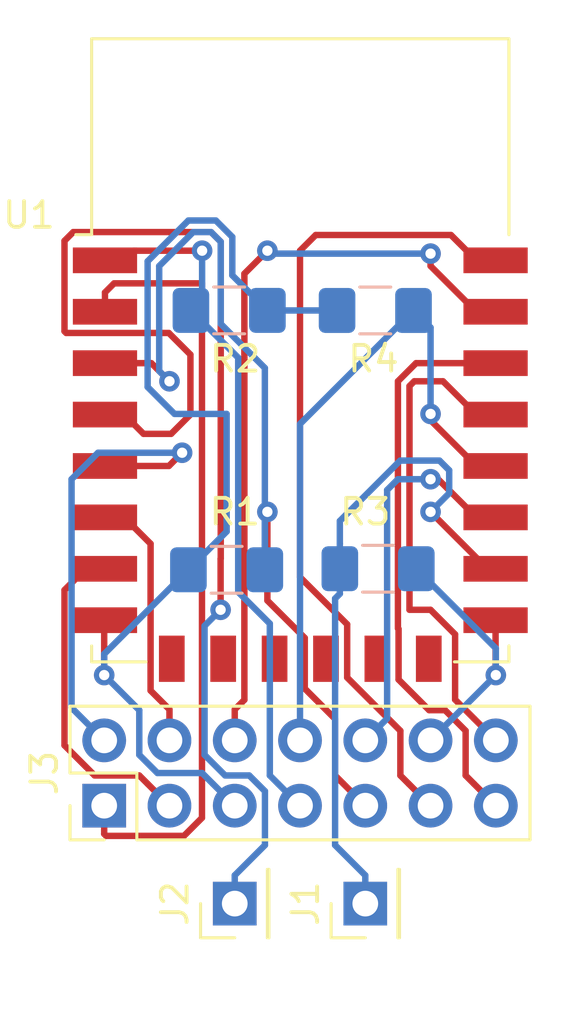
<source format=kicad_pcb>
(kicad_pcb (version 20171130) (host pcbnew "(5.1.2)-1")

  (general
    (thickness 1.6)
    (drawings 0)
    (tracks 193)
    (zones 0)
    (modules 8)
    (nets 17)
  )

  (page A4)
  (layers
    (0 F.Cu signal)
    (31 B.Cu signal)
    (32 B.Adhes user)
    (33 F.Adhes user)
    (34 B.Paste user)
    (35 F.Paste user)
    (36 B.SilkS user)
    (37 F.SilkS user)
    (38 B.Mask user)
    (39 F.Mask user)
    (40 Dwgs.User user)
    (41 Cmts.User user)
    (42 Eco1.User user)
    (43 Eco2.User user)
    (44 Edge.Cuts user)
    (45 Margin user)
    (46 B.CrtYd user)
    (47 F.CrtYd user)
    (48 B.Fab user hide)
    (49 F.Fab user)
  )

  (setup
    (last_trace_width 0.25)
    (trace_clearance 0.2)
    (zone_clearance 0.508)
    (zone_45_only no)
    (trace_min 0.2)
    (via_size 0.8)
    (via_drill 0.4)
    (via_min_size 0.4)
    (via_min_drill 0.3)
    (uvia_size 0.3)
    (uvia_drill 0.1)
    (uvias_allowed no)
    (uvia_min_size 0.2)
    (uvia_min_drill 0.1)
    (edge_width 0.05)
    (segment_width 0.2)
    (pcb_text_width 0.3)
    (pcb_text_size 1.5 1.5)
    (mod_edge_width 0.12)
    (mod_text_size 1 1)
    (mod_text_width 0.15)
    (pad_size 1.524 1.524)
    (pad_drill 0.762)
    (pad_to_mask_clearance 0.051)
    (solder_mask_min_width 0.25)
    (aux_axis_origin 0 0)
    (visible_elements FFFFFF7F)
    (pcbplotparams
      (layerselection 0x010fc_ffffffff)
      (usegerberextensions false)
      (usegerberattributes false)
      (usegerberadvancedattributes false)
      (creategerberjobfile false)
      (excludeedgelayer true)
      (linewidth 0.100000)
      (plotframeref false)
      (viasonmask false)
      (mode 1)
      (useauxorigin false)
      (hpglpennumber 1)
      (hpglpenspeed 20)
      (hpglpendiameter 15.000000)
      (psnegative false)
      (psa4output false)
      (plotreference true)
      (plotvalue true)
      (plotinvisibletext false)
      (padsonsilk false)
      (subtractmaskfromsilk false)
      (outputformat 1)
      (mirror false)
      (drillshape 1)
      (scaleselection 1)
      (outputdirectory ""))
  )

  (net 0 "")
  (net 1 VCC)
  (net 2 GPIO15)
  (net 3 GPIO16)
  (net 4 GPIO4)
  (net 5 GPIO5)
  (net 6 GND)
  (net 7 GPIO1-TXD)
  (net 8 GPIO2)
  (net 9 PD)
  (net 10 GPIO0)
  (net 11 RST)
  (net 12 GPIO3-RXD)
  (net 13 GPIO12)
  (net 14 GPIO13)
  (net 15 GPIO14)
  (net 16 ADC)

  (net_class Default "This is the default net class."
    (clearance 0.2)
    (trace_width 0.25)
    (via_dia 0.8)
    (via_drill 0.4)
    (uvia_dia 0.3)
    (uvia_drill 0.1)
    (add_net ADC)
    (add_net GND)
    (add_net GPIO0)
    (add_net GPIO1-TXD)
    (add_net GPIO12)
    (add_net GPIO13)
    (add_net GPIO14)
    (add_net GPIO15)
    (add_net GPIO16)
    (add_net GPIO2)
    (add_net GPIO3-RXD)
    (add_net GPIO4)
    (add_net GPIO5)
    (add_net "Net-(U1-Pad10)")
    (add_net "Net-(U1-Pad11)")
    (add_net "Net-(U1-Pad12)")
    (add_net "Net-(U1-Pad13)")
    (add_net "Net-(U1-Pad14)")
    (add_net "Net-(U1-Pad9)")
    (add_net PD)
    (add_net RST)
    (add_net VCC)
  )

  (module RF_Module:ESP-12E (layer F.Cu) (tedit 5A030172) (tstamp 5D077E85)
    (at 85.1 50.865)
    (descr "Wi-Fi Module, http://wiki.ai-thinker.com/_media/esp8266/docs/aithinker_esp_12f_datasheet_en.pdf")
    (tags "Wi-Fi Module")
    (path /5CC8D117)
    (attr smd)
    (fp_text reference U1 (at -10.56 -5.26) (layer F.SilkS)
      (effects (font (size 1 1) (thickness 0.15)))
    )
    (fp_text value ESP-12E (at -0.06 -12.78) (layer F.Fab)
      (effects (font (size 1 1) (thickness 0.15)))
    )
    (fp_line (start 5.56 -4.8) (end 8.12 -7.36) (layer Dwgs.User) (width 0.12))
    (fp_line (start 2.56 -4.8) (end 8.12 -10.36) (layer Dwgs.User) (width 0.12))
    (fp_line (start -0.44 -4.8) (end 6.88 -12.12) (layer Dwgs.User) (width 0.12))
    (fp_line (start -3.44 -4.8) (end 3.88 -12.12) (layer Dwgs.User) (width 0.12))
    (fp_line (start -6.44 -4.8) (end 0.88 -12.12) (layer Dwgs.User) (width 0.12))
    (fp_line (start -8.12 -6.12) (end -2.12 -12.12) (layer Dwgs.User) (width 0.12))
    (fp_line (start -8.12 -9.12) (end -5.12 -12.12) (layer Dwgs.User) (width 0.12))
    (fp_line (start -8.12 -4.8) (end -8.12 -12.12) (layer Dwgs.User) (width 0.12))
    (fp_line (start 8.12 -4.8) (end -8.12 -4.8) (layer Dwgs.User) (width 0.12))
    (fp_line (start 8.12 -12.12) (end 8.12 -4.8) (layer Dwgs.User) (width 0.12))
    (fp_line (start -8.12 -12.12) (end 8.12 -12.12) (layer Dwgs.User) (width 0.12))
    (fp_line (start -8.12 -4.5) (end -8.73 -4.5) (layer F.SilkS) (width 0.12))
    (fp_line (start -8.12 -4.5) (end -8.12 -12.12) (layer F.SilkS) (width 0.12))
    (fp_line (start -8.12 12.12) (end -8.12 11.5) (layer F.SilkS) (width 0.12))
    (fp_line (start -6 12.12) (end -8.12 12.12) (layer F.SilkS) (width 0.12))
    (fp_line (start 8.12 12.12) (end 6 12.12) (layer F.SilkS) (width 0.12))
    (fp_line (start 8.12 11.5) (end 8.12 12.12) (layer F.SilkS) (width 0.12))
    (fp_line (start 8.12 -12.12) (end 8.12 -4.5) (layer F.SilkS) (width 0.12))
    (fp_line (start -8.12 -12.12) (end 8.12 -12.12) (layer F.SilkS) (width 0.12))
    (fp_line (start -9.05 13.1) (end -9.05 -12.2) (layer F.CrtYd) (width 0.05))
    (fp_line (start 9.05 13.1) (end -9.05 13.1) (layer F.CrtYd) (width 0.05))
    (fp_line (start 9.05 -12.2) (end 9.05 13.1) (layer F.CrtYd) (width 0.05))
    (fp_line (start -9.05 -12.2) (end 9.05 -12.2) (layer F.CrtYd) (width 0.05))
    (fp_line (start -8 -4) (end -8 -12) (layer F.Fab) (width 0.12))
    (fp_line (start -7.5 -3.5) (end -8 -4) (layer F.Fab) (width 0.12))
    (fp_line (start -8 -3) (end -7.5 -3.5) (layer F.Fab) (width 0.12))
    (fp_line (start -8 12) (end -8 -3) (layer F.Fab) (width 0.12))
    (fp_line (start 8 12) (end -8 12) (layer F.Fab) (width 0.12))
    (fp_line (start 8 -12) (end 8 12) (layer F.Fab) (width 0.12))
    (fp_line (start -8 -12) (end 8 -12) (layer F.Fab) (width 0.12))
    (fp_text user %R (at 0.49 -0.8) (layer F.Fab)
      (effects (font (size 1 1) (thickness 0.15)))
    )
    (fp_text user "KEEP-OUT ZONE" (at 0.03 -9.55 180) (layer Cmts.User)
      (effects (font (size 1 1) (thickness 0.15)))
    )
    (fp_text user Antenna (at -0.06 -7 180) (layer Cmts.User)
      (effects (font (size 1 1) (thickness 0.15)))
    )
    (pad 22 smd rect (at 7.6 -3.5) (size 2.5 1) (layers F.Cu F.Paste F.Mask)
      (net 7 GPIO1-TXD))
    (pad 21 smd rect (at 7.6 -1.5) (size 2.5 1) (layers F.Cu F.Paste F.Mask)
      (net 12 GPIO3-RXD))
    (pad 20 smd rect (at 7.6 0.5) (size 2.5 1) (layers F.Cu F.Paste F.Mask)
      (net 5 GPIO5))
    (pad 19 smd rect (at 7.6 2.5) (size 2.5 1) (layers F.Cu F.Paste F.Mask)
      (net 4 GPIO4))
    (pad 18 smd rect (at 7.6 4.5) (size 2.5 1) (layers F.Cu F.Paste F.Mask)
      (net 10 GPIO0))
    (pad 17 smd rect (at 7.6 6.5) (size 2.5 1) (layers F.Cu F.Paste F.Mask)
      (net 8 GPIO2))
    (pad 16 smd rect (at 7.6 8.5) (size 2.5 1) (layers F.Cu F.Paste F.Mask)
      (net 2 GPIO15))
    (pad 15 smd rect (at 7.6 10.5) (size 2.5 1) (layers F.Cu F.Paste F.Mask)
      (net 6 GND))
    (pad 14 smd rect (at 5 12) (size 1 1.8) (layers F.Cu F.Paste F.Mask))
    (pad 13 smd rect (at 3 12) (size 1 1.8) (layers F.Cu F.Paste F.Mask))
    (pad 12 smd rect (at 1 12) (size 1 1.8) (layers F.Cu F.Paste F.Mask))
    (pad 11 smd rect (at -1 12) (size 1 1.8) (layers F.Cu F.Paste F.Mask))
    (pad 10 smd rect (at -3 12) (size 1 1.8) (layers F.Cu F.Paste F.Mask))
    (pad 9 smd rect (at -5 12) (size 1 1.8) (layers F.Cu F.Paste F.Mask))
    (pad 8 smd rect (at -7.6 10.5) (size 2.5 1) (layers F.Cu F.Paste F.Mask)
      (net 1 VCC))
    (pad 7 smd rect (at -7.6 8.5) (size 2.5 1) (layers F.Cu F.Paste F.Mask)
      (net 14 GPIO13))
    (pad 6 smd rect (at -7.6 6.5) (size 2.5 1) (layers F.Cu F.Paste F.Mask)
      (net 13 GPIO12))
    (pad 5 smd rect (at -7.6 4.5) (size 2.5 1) (layers F.Cu F.Paste F.Mask)
      (net 15 GPIO14))
    (pad 4 smd rect (at -7.6 2.5) (size 2.5 1) (layers F.Cu F.Paste F.Mask)
      (net 3 GPIO16))
    (pad 3 smd rect (at -7.6 0.5) (size 2.5 1) (layers F.Cu F.Paste F.Mask)
      (net 9 PD))
    (pad 2 smd rect (at -7.6 -1.5) (size 2.5 1) (layers F.Cu F.Paste F.Mask)
      (net 16 ADC))
    (pad 1 smd rect (at -7.6 -3.5) (size 2.5 1) (layers F.Cu F.Paste F.Mask)
      (net 11 RST))
    (model ${KISYS3DMOD}/RF_Module.3dshapes/ESP-12E.wrl
      (at (xyz 0 0 0))
      (scale (xyz 1 1 1))
      (rotate (xyz 0 0 0))
    )
  )

  (module Resistor_SMD:R_1206_3216Metric_Pad1.42x1.75mm_HandSolder (layer B.Cu) (tedit 5B301BBD) (tstamp 5D07D2EC)
    (at 88.018798 49.315142)
    (descr "Resistor SMD 1206 (3216 Metric), square (rectangular) end terminal, IPC_7351 nominal with elongated pad for handsoldering. (Body size source: http://www.tortai-tech.com/upload/download/2011102023233369053.pdf), generated with kicad-footprint-generator")
    (tags "resistor handsolder")
    (path /5CCE9745)
    (attr smd)
    (fp_text reference R4 (at -0.07104 1.884126 -180) (layer F.SilkS)
      (effects (font (size 1 1) (thickness 0.15)))
    )
    (fp_text value 10k (at 0 -1.82 180) (layer B.Fab)
      (effects (font (size 1 1) (thickness 0.15)) (justify mirror))
    )
    (fp_text user %R (at 0 0 180) (layer B.Fab)
      (effects (font (size 0.8 0.8) (thickness 0.12)) (justify mirror))
    )
    (fp_line (start 2.45 -1.12) (end -2.45 -1.12) (layer B.CrtYd) (width 0.05))
    (fp_line (start 2.45 1.12) (end 2.45 -1.12) (layer B.CrtYd) (width 0.05))
    (fp_line (start -2.45 1.12) (end 2.45 1.12) (layer B.CrtYd) (width 0.05))
    (fp_line (start -2.45 -1.12) (end -2.45 1.12) (layer B.CrtYd) (width 0.05))
    (fp_line (start -0.602064 -0.91) (end 0.602064 -0.91) (layer B.SilkS) (width 0.12))
    (fp_line (start -0.602064 0.91) (end 0.602064 0.91) (layer B.SilkS) (width 0.12))
    (fp_line (start 1.6 -0.8) (end -1.6 -0.8) (layer B.Fab) (width 0.1))
    (fp_line (start 1.6 0.8) (end 1.6 -0.8) (layer B.Fab) (width 0.1))
    (fp_line (start -1.6 0.8) (end 1.6 0.8) (layer B.Fab) (width 0.1))
    (fp_line (start -1.6 -0.8) (end -1.6 0.8) (layer B.Fab) (width 0.1))
    (pad 2 smd roundrect (at 1.4875 0) (size 1.425 1.75) (layers B.Cu B.Paste B.Mask) (roundrect_rratio 0.175439)
      (net 10 GPIO0))
    (pad 1 smd roundrect (at -1.4875 0) (size 1.425 1.75) (layers B.Cu B.Paste B.Mask) (roundrect_rratio 0.175439)
      (net 1 VCC))
    (model ${KISYS3DMOD}/Resistor_SMD.3dshapes/R_1206_3216Metric.wrl
      (at (xyz 0 0 0))
      (scale (xyz 1 1 1))
      (rotate (xyz 0 0 0))
    )
  )

  (module Resistor_SMD:R_1206_3216Metric_Pad1.42x1.75mm_HandSolder (layer B.Cu) (tedit 5B301BBD) (tstamp 5D07D2DB)
    (at 88.127383 59.362292)
    (descr "Resistor SMD 1206 (3216 Metric), square (rectangular) end terminal, IPC_7351 nominal with elongated pad for handsoldering. (Body size source: http://www.tortai-tech.com/upload/download/2011102023233369053.pdf), generated with kicad-footprint-generator")
    (tags "resistor handsolder")
    (path /5CCF4AA5)
    (attr smd)
    (fp_text reference R3 (at -0.497383 -2.212292 -180) (layer F.SilkS)
      (effects (font (size 1 1) (thickness 0.15)))
    )
    (fp_text value 10k (at 0 -1.82 180) (layer B.Fab)
      (effects (font (size 1 1) (thickness 0.15)) (justify mirror))
    )
    (fp_text user %R (at 0 0 180) (layer B.Fab)
      (effects (font (size 0.8 0.8) (thickness 0.12)) (justify mirror))
    )
    (fp_line (start 2.45 -1.12) (end -2.45 -1.12) (layer B.CrtYd) (width 0.05))
    (fp_line (start 2.45 1.12) (end 2.45 -1.12) (layer B.CrtYd) (width 0.05))
    (fp_line (start -2.45 1.12) (end 2.45 1.12) (layer B.CrtYd) (width 0.05))
    (fp_line (start -2.45 -1.12) (end -2.45 1.12) (layer B.CrtYd) (width 0.05))
    (fp_line (start -0.602064 -0.91) (end 0.602064 -0.91) (layer B.SilkS) (width 0.12))
    (fp_line (start -0.602064 0.91) (end 0.602064 0.91) (layer B.SilkS) (width 0.12))
    (fp_line (start 1.6 -0.8) (end -1.6 -0.8) (layer B.Fab) (width 0.1))
    (fp_line (start 1.6 0.8) (end 1.6 -0.8) (layer B.Fab) (width 0.1))
    (fp_line (start -1.6 0.8) (end 1.6 0.8) (layer B.Fab) (width 0.1))
    (fp_line (start -1.6 -0.8) (end -1.6 0.8) (layer B.Fab) (width 0.1))
    (pad 2 smd roundrect (at 1.4875 0) (size 1.425 1.75) (layers B.Cu B.Paste B.Mask) (roundrect_rratio 0.175439)
      (net 6 GND))
    (pad 1 smd roundrect (at -1.4875 0) (size 1.425 1.75) (layers B.Cu B.Paste B.Mask) (roundrect_rratio 0.175439)
      (net 2 GPIO15))
    (model ${KISYS3DMOD}/Resistor_SMD.3dshapes/R_1206_3216Metric.wrl
      (at (xyz 0 0 0))
      (scale (xyz 1 1 1))
      (rotate (xyz 0 0 0))
    )
  )

  (module Resistor_SMD:R_1206_3216Metric_Pad1.42x1.75mm_HandSolder (layer B.Cu) (tedit 5B301BBD) (tstamp 5D07D2CA)
    (at 82.3325 49.3125 180)
    (descr "Resistor SMD 1206 (3216 Metric), square (rectangular) end terminal, IPC_7351 nominal with elongated pad for handsoldering. (Body size source: http://www.tortai-tech.com/upload/download/2011102023233369053.pdf), generated with kicad-footprint-generator")
    (tags "resistor handsolder")
    (path /5D097B6D)
    (attr smd)
    (fp_text reference R2 (at -0.233727 -1.886768 180) (layer F.SilkS)
      (effects (font (size 1 1) (thickness 0.15)))
    )
    (fp_text value 10k (at 0 -1.82 180) (layer B.Fab)
      (effects (font (size 1 1) (thickness 0.15)) (justify mirror))
    )
    (fp_text user %R (at 0 0 180) (layer B.Fab)
      (effects (font (size 0.8 0.8) (thickness 0.12)) (justify mirror))
    )
    (fp_line (start 2.45 -1.12) (end -2.45 -1.12) (layer B.CrtYd) (width 0.05))
    (fp_line (start 2.45 1.12) (end 2.45 -1.12) (layer B.CrtYd) (width 0.05))
    (fp_line (start -2.45 1.12) (end 2.45 1.12) (layer B.CrtYd) (width 0.05))
    (fp_line (start -2.45 -1.12) (end -2.45 1.12) (layer B.CrtYd) (width 0.05))
    (fp_line (start -0.602064 -0.91) (end 0.602064 -0.91) (layer B.SilkS) (width 0.12))
    (fp_line (start -0.602064 0.91) (end 0.602064 0.91) (layer B.SilkS) (width 0.12))
    (fp_line (start 1.6 -0.8) (end -1.6 -0.8) (layer B.Fab) (width 0.1))
    (fp_line (start 1.6 0.8) (end 1.6 -0.8) (layer B.Fab) (width 0.1))
    (fp_line (start -1.6 0.8) (end 1.6 0.8) (layer B.Fab) (width 0.1))
    (fp_line (start -1.6 -0.8) (end -1.6 0.8) (layer B.Fab) (width 0.1))
    (pad 2 smd roundrect (at 1.4875 0 180) (size 1.425 1.75) (layers B.Cu B.Paste B.Mask) (roundrect_rratio 0.175439)
      (net 11 RST))
    (pad 1 smd roundrect (at -1.4875 0 180) (size 1.425 1.75) (layers B.Cu B.Paste B.Mask) (roundrect_rratio 0.175439)
      (net 1 VCC))
    (model ${KISYS3DMOD}/Resistor_SMD.3dshapes/R_1206_3216Metric.wrl
      (at (xyz 0 0 0))
      (scale (xyz 1 1 1))
      (rotate (xyz 0 0 0))
    )
  )

  (module Resistor_SMD:R_1206_3216Metric_Pad1.42x1.75mm_HandSolder (layer B.Cu) (tedit 5B301BBD) (tstamp 5D07D2B9)
    (at 82.234146 59.403217)
    (descr "Resistor SMD 1206 (3216 Metric), square (rectangular) end terminal, IPC_7351 nominal with elongated pad for handsoldering. (Body size source: http://www.tortai-tech.com/upload/download/2011102023233369053.pdf), generated with kicad-footprint-generator")
    (tags "resistor handsolder")
    (path /5CCE7A1A)
    (attr smd)
    (fp_text reference R1 (at 0.315854 -2.253217 -180) (layer F.SilkS)
      (effects (font (size 1 1) (thickness 0.15)))
    )
    (fp_text value 10k (at 0 -1.82 180) (layer B.Fab)
      (effects (font (size 1 1) (thickness 0.15)) (justify mirror))
    )
    (fp_text user %R (at 5.3 -0.16 180) (layer B.Fab)
      (effects (font (size 0.8 0.8) (thickness 0.12)) (justify mirror))
    )
    (fp_line (start 2.45 -1.12) (end -2.45 -1.12) (layer B.CrtYd) (width 0.05))
    (fp_line (start 2.45 1.12) (end 2.45 -1.12) (layer B.CrtYd) (width 0.05))
    (fp_line (start -2.45 1.12) (end 2.45 1.12) (layer B.CrtYd) (width 0.05))
    (fp_line (start -2.45 -1.12) (end -2.45 1.12) (layer B.CrtYd) (width 0.05))
    (fp_line (start -0.602064 -0.91) (end 0.602064 -0.91) (layer B.SilkS) (width 0.12))
    (fp_line (start -0.602064 0.91) (end 0.602064 0.91) (layer B.SilkS) (width 0.12))
    (fp_line (start 1.6 -0.8) (end -1.6 -0.8) (layer B.Fab) (width 0.1))
    (fp_line (start 1.6 0.8) (end 1.6 -0.8) (layer B.Fab) (width 0.1))
    (fp_line (start -1.6 0.8) (end 1.6 0.8) (layer B.Fab) (width 0.1))
    (fp_line (start -1.6 -0.8) (end -1.6 0.8) (layer B.Fab) (width 0.1))
    (pad 2 smd roundrect (at 1.4875 0) (size 1.425 1.75) (layers B.Cu B.Paste B.Mask) (roundrect_rratio 0.175439)
      (net 9 PD))
    (pad 1 smd roundrect (at -1.4875 0) (size 1.425 1.75) (layers B.Cu B.Paste B.Mask) (roundrect_rratio 0.175439)
      (net 1 VCC))
    (model ${KISYS3DMOD}/Resistor_SMD.3dshapes/R_1206_3216Metric.wrl
      (at (xyz 0 0 0))
      (scale (xyz 1 1 1))
      (rotate (xyz 0 0 0))
    )
  )

  (module Connector_PinHeader_2.54mm:PinHeader_2x07_P2.54mm_Vertical (layer F.Cu) (tedit 59FED5CC) (tstamp 5D07D2A8)
    (at 77.47 68.58 90)
    (descr "Through hole straight pin header, 2x07, 2.54mm pitch, double rows")
    (tags "Through hole pin header THT 2x07 2.54mm double row")
    (path /5D0A0012)
    (fp_text reference J3 (at 1.27 -2.33 90) (layer F.SilkS)
      (effects (font (size 1 1) (thickness 0.15)))
    )
    (fp_text value Conn_02x07_Odd_Even (at 1.27 17.57 90) (layer F.Fab)
      (effects (font (size 1 1) (thickness 0.15)))
    )
    (fp_text user %R (at 1.27 7.62) (layer F.Fab)
      (effects (font (size 1 1) (thickness 0.15)))
    )
    (fp_line (start 4.35 -1.8) (end -1.8 -1.8) (layer F.CrtYd) (width 0.05))
    (fp_line (start 4.35 17.05) (end 4.35 -1.8) (layer F.CrtYd) (width 0.05))
    (fp_line (start -1.8 17.05) (end 4.35 17.05) (layer F.CrtYd) (width 0.05))
    (fp_line (start -1.8 -1.8) (end -1.8 17.05) (layer F.CrtYd) (width 0.05))
    (fp_line (start -1.33 -1.33) (end 0 -1.33) (layer F.SilkS) (width 0.12))
    (fp_line (start -1.33 0) (end -1.33 -1.33) (layer F.SilkS) (width 0.12))
    (fp_line (start 1.27 -1.33) (end 3.87 -1.33) (layer F.SilkS) (width 0.12))
    (fp_line (start 1.27 1.27) (end 1.27 -1.33) (layer F.SilkS) (width 0.12))
    (fp_line (start -1.33 1.27) (end 1.27 1.27) (layer F.SilkS) (width 0.12))
    (fp_line (start 3.87 -1.33) (end 3.87 16.57) (layer F.SilkS) (width 0.12))
    (fp_line (start -1.33 1.27) (end -1.33 16.57) (layer F.SilkS) (width 0.12))
    (fp_line (start -1.33 16.57) (end 3.87 16.57) (layer F.SilkS) (width 0.12))
    (fp_line (start -1.27 0) (end 0 -1.27) (layer F.Fab) (width 0.1))
    (fp_line (start -1.27 16.51) (end -1.27 0) (layer F.Fab) (width 0.1))
    (fp_line (start 3.81 16.51) (end -1.27 16.51) (layer F.Fab) (width 0.1))
    (fp_line (start 3.81 -1.27) (end 3.81 16.51) (layer F.Fab) (width 0.1))
    (fp_line (start 0 -1.27) (end 3.81 -1.27) (layer F.Fab) (width 0.1))
    (pad 14 thru_hole oval (at 2.54 15.24 90) (size 1.7 1.7) (drill 1) (layers *.Cu *.Mask)
      (net 4 GPIO4))
    (pad 13 thru_hole oval (at 0 15.24 90) (size 1.7 1.7) (drill 1) (layers *.Cu *.Mask)
      (net 5 GPIO5))
    (pad 12 thru_hole oval (at 2.54 12.7 90) (size 1.7 1.7) (drill 1) (layers *.Cu *.Mask)
      (net 6 GND))
    (pad 11 thru_hole oval (at 0 12.7 90) (size 1.7 1.7) (drill 1) (layers *.Cu *.Mask)
      (net 7 GPIO1-TXD))
    (pad 10 thru_hole oval (at 2.54 10.16 90) (size 1.7 1.7) (drill 1) (layers *.Cu *.Mask)
      (net 8 GPIO2))
    (pad 9 thru_hole oval (at 0 10.16 90) (size 1.7 1.7) (drill 1) (layers *.Cu *.Mask)
      (net 9 PD))
    (pad 8 thru_hole oval (at 2.54 7.62 90) (size 1.7 1.7) (drill 1) (layers *.Cu *.Mask)
      (net 10 GPIO0))
    (pad 7 thru_hole oval (at 0 7.62 90) (size 1.7 1.7) (drill 1) (layers *.Cu *.Mask)
      (net 11 RST))
    (pad 6 thru_hole oval (at 2.54 5.08 90) (size 1.7 1.7) (drill 1) (layers *.Cu *.Mask)
      (net 12 GPIO3-RXD))
    (pad 5 thru_hole oval (at 0 5.08 90) (size 1.7 1.7) (drill 1) (layers *.Cu *.Mask)
      (net 1 VCC))
    (pad 4 thru_hole oval (at 2.54 2.54 90) (size 1.7 1.7) (drill 1) (layers *.Cu *.Mask)
      (net 13 GPIO12))
    (pad 3 thru_hole oval (at 0 2.54 90) (size 1.7 1.7) (drill 1) (layers *.Cu *.Mask)
      (net 14 GPIO13))
    (pad 2 thru_hole oval (at 2.54 0 90) (size 1.7 1.7) (drill 1) (layers *.Cu *.Mask)
      (net 15 GPIO14))
    (pad 1 thru_hole rect (at 0 0 90) (size 1.7 1.7) (drill 1) (layers *.Cu *.Mask)
      (net 16 ADC))
    (model ${KISYS3DMOD}/Connector_PinHeader_2.54mm.3dshapes/PinHeader_2x07_P2.54mm_Vertical.wrl
      (at (xyz 0 0 0))
      (scale (xyz 1 1 1))
      (rotate (xyz 0 0 0))
    )
  )

  (module Connector_PinHeader_2.54mm:PinHeader_1x01_P2.54mm_Vertical (layer F.Cu) (tedit 59FED5CC) (tstamp 5D07D284)
    (at 82.55 72.39 90)
    (descr "Through hole straight pin header, 1x01, 2.54mm pitch, single row")
    (tags "Through hole pin header THT 1x01 2.54mm single row")
    (path /5D0AE2F8)
    (fp_text reference J2 (at 0 -2.33 90) (layer F.SilkS)
      (effects (font (size 1 1) (thickness 0.15)))
    )
    (fp_text value Conn_01x01 (at 0 2.33 90) (layer F.Fab)
      (effects (font (size 1 1) (thickness 0.15)))
    )
    (fp_text user %R (at 0 0) (layer F.Fab)
      (effects (font (size 1 1) (thickness 0.15)))
    )
    (fp_line (start 1.8 -1.8) (end -1.8 -1.8) (layer F.CrtYd) (width 0.05))
    (fp_line (start 1.8 1.8) (end 1.8 -1.8) (layer F.CrtYd) (width 0.05))
    (fp_line (start -1.8 1.8) (end 1.8 1.8) (layer F.CrtYd) (width 0.05))
    (fp_line (start -1.8 -1.8) (end -1.8 1.8) (layer F.CrtYd) (width 0.05))
    (fp_line (start -1.33 -1.33) (end 0 -1.33) (layer F.SilkS) (width 0.12))
    (fp_line (start -1.33 0) (end -1.33 -1.33) (layer F.SilkS) (width 0.12))
    (fp_line (start -1.33 1.27) (end 1.33 1.27) (layer F.SilkS) (width 0.12))
    (fp_line (start 1.33 1.27) (end 1.33 1.33) (layer F.SilkS) (width 0.12))
    (fp_line (start -1.33 1.27) (end -1.33 1.33) (layer F.SilkS) (width 0.12))
    (fp_line (start -1.33 1.33) (end 1.33 1.33) (layer F.SilkS) (width 0.12))
    (fp_line (start -1.27 -0.635) (end -0.635 -1.27) (layer F.Fab) (width 0.1))
    (fp_line (start -1.27 1.27) (end -1.27 -0.635) (layer F.Fab) (width 0.1))
    (fp_line (start 1.27 1.27) (end -1.27 1.27) (layer F.Fab) (width 0.1))
    (fp_line (start 1.27 -1.27) (end 1.27 1.27) (layer F.Fab) (width 0.1))
    (fp_line (start -0.635 -1.27) (end 1.27 -1.27) (layer F.Fab) (width 0.1))
    (pad 1 thru_hole rect (at 0 0 90) (size 1.7 1.7) (drill 1) (layers *.Cu *.Mask)
      (net 3 GPIO16))
    (model ${KISYS3DMOD}/Connector_PinHeader_2.54mm.3dshapes/PinHeader_1x01_P2.54mm_Vertical.wrl
      (at (xyz 0 0 0))
      (scale (xyz 1 1 1))
      (rotate (xyz 0 0 0))
    )
  )

  (module Connector_PinHeader_2.54mm:PinHeader_1x01_P2.54mm_Vertical (layer F.Cu) (tedit 59FED5CC) (tstamp 5D07D26F)
    (at 87.63 72.39 90)
    (descr "Through hole straight pin header, 1x01, 2.54mm pitch, single row")
    (tags "Through hole pin header THT 1x01 2.54mm single row")
    (path /5D0AD2C1)
    (fp_text reference J1 (at 0 -2.33 90) (layer F.SilkS)
      (effects (font (size 1 1) (thickness 0.15)))
    )
    (fp_text value Conn_01x01 (at 0 2.33 90) (layer F.Fab)
      (effects (font (size 1 1) (thickness 0.15)))
    )
    (fp_text user %R (at 0 0) (layer F.Fab)
      (effects (font (size 1 1) (thickness 0.15)))
    )
    (fp_line (start 1.8 -1.8) (end -1.8 -1.8) (layer F.CrtYd) (width 0.05))
    (fp_line (start 1.8 1.8) (end 1.8 -1.8) (layer F.CrtYd) (width 0.05))
    (fp_line (start -1.8 1.8) (end 1.8 1.8) (layer F.CrtYd) (width 0.05))
    (fp_line (start -1.8 -1.8) (end -1.8 1.8) (layer F.CrtYd) (width 0.05))
    (fp_line (start -1.33 -1.33) (end 0 -1.33) (layer F.SilkS) (width 0.12))
    (fp_line (start -1.33 0) (end -1.33 -1.33) (layer F.SilkS) (width 0.12))
    (fp_line (start -1.33 1.27) (end 1.33 1.27) (layer F.SilkS) (width 0.12))
    (fp_line (start 1.33 1.27) (end 1.33 1.33) (layer F.SilkS) (width 0.12))
    (fp_line (start -1.33 1.27) (end -1.33 1.33) (layer F.SilkS) (width 0.12))
    (fp_line (start -1.33 1.33) (end 1.33 1.33) (layer F.SilkS) (width 0.12))
    (fp_line (start -1.27 -0.635) (end -0.635 -1.27) (layer F.Fab) (width 0.1))
    (fp_line (start -1.27 1.27) (end -1.27 -0.635) (layer F.Fab) (width 0.1))
    (fp_line (start 1.27 1.27) (end -1.27 1.27) (layer F.Fab) (width 0.1))
    (fp_line (start 1.27 -1.27) (end 1.27 1.27) (layer F.Fab) (width 0.1))
    (fp_line (start -0.635 -1.27) (end 1.27 -1.27) (layer F.Fab) (width 0.1))
    (pad 1 thru_hole rect (at 0 0 90) (size 1.7 1.7) (drill 1) (layers *.Cu *.Mask)
      (net 2 GPIO15))
    (model ${KISYS3DMOD}/Connector_PinHeader_2.54mm.3dshapes/PinHeader_1x01_P2.54mm_Vertical.wrl
      (at (xyz 0 0 0))
      (scale (xyz 1 1 1))
      (rotate (xyz 0 0 0))
    )
  )

  (segment (start 83.822642 49.315142) (end 83.82 49.3125) (width 0.25) (layer B.Cu) (net 1))
  (segment (start 86.531298 49.315142) (end 83.822642 49.315142) (width 0.25) (layer B.Cu) (net 1))
  (segment (start 80.206998 53.34) (end 82.234126 53.34) (width 0.25) (layer B.Cu) (net 1))
  (segment (start 82.45501 47.94751) (end 82.45501 46.455598) (width 0.25) (layer B.Cu) (net 1))
  (segment (start 83.82 49.3125) (end 82.45501 47.94751) (width 0.25) (layer B.Cu) (net 1))
  (segment (start 79.159991 52.292993) (end 80.206998 53.34) (width 0.25) (layer B.Cu) (net 1))
  (segment (start 82.45501 46.455598) (end 81.814401 45.814989) (width 0.25) (layer B.Cu) (net 1))
  (segment (start 81.814401 45.814989) (end 80.745598 45.81499) (width 0.25) (layer B.Cu) (net 1))
  (segment (start 80.745598 45.81499) (end 79.159991 47.400597) (width 0.25) (layer B.Cu) (net 1))
  (segment (start 79.159991 47.400597) (end 79.159991 52.292993) (width 0.25) (layer B.Cu) (net 1))
  (segment (start 82.234126 57.915737) (end 80.746646 59.403217) (width 0.25) (layer B.Cu) (net 1))
  (segment (start 82.234126 53.34) (end 82.234126 57.915737) (width 0.25) (layer B.Cu) (net 1))
  (via (at 77.47 63.5) (size 0.8) (drill 0.4) (layers F.Cu B.Cu) (net 1))
  (segment (start 80.746646 59.403217) (end 77.47 62.679863) (width 0.25) (layer B.Cu) (net 1))
  (segment (start 77.47 62.679863) (end 77.47 63.5) (width 0.25) (layer B.Cu) (net 1))
  (segment (start 77.47 61.395) (end 77.5 61.365) (width 0.25) (layer F.Cu) (net 1))
  (segment (start 77.47 63.5) (end 77.47 61.395) (width 0.25) (layer F.Cu) (net 1))
  (segment (start 81.700001 67.730001) (end 82.55 68.58) (width 0.25) (layer B.Cu) (net 1))
  (segment (start 81.28 67.31) (end 81.700001 67.730001) (width 0.25) (layer B.Cu) (net 1))
  (segment (start 79.540998 67.31) (end 81.28 67.31) (width 0.25) (layer B.Cu) (net 1))
  (segment (start 78.834999 66.604001) (end 79.540998 67.31) (width 0.25) (layer B.Cu) (net 1))
  (segment (start 78.834999 64.864999) (end 78.834999 66.604001) (width 0.25) (layer B.Cu) (net 1))
  (segment (start 77.47 63.5) (end 78.834999 64.864999) (width 0.25) (layer B.Cu) (net 1))
  (via (at 90.17 57.15) (size 0.8) (drill 0.4) (layers F.Cu B.Cu) (net 2))
  (segment (start 91.210001 58.190001) (end 90.17 57.15) (width 0.25) (layer F.Cu) (net 2))
  (segment (start 92.7 59.365) (end 92.385 59.365) (width 0.25) (layer F.Cu) (net 2))
  (segment (start 92.385 59.365) (end 91.210001 58.190001) (width 0.25) (layer F.Cu) (net 2))
  (segment (start 86.639883 58.387292) (end 86.639883 59.362292) (width 0.25) (layer B.Cu) (net 2))
  (segment (start 86.639883 57.503707) (end 86.639883 58.387292) (width 0.25) (layer B.Cu) (net 2))
  (segment (start 90.518001 55.154999) (end 88.988591 55.154999) (width 0.25) (layer B.Cu) (net 2))
  (segment (start 90.895001 55.531999) (end 90.518001 55.154999) (width 0.25) (layer B.Cu) (net 2))
  (segment (start 88.988591 55.154999) (end 86.639883 57.503707) (width 0.25) (layer B.Cu) (net 2))
  (segment (start 90.895001 56.424999) (end 90.895001 55.531999) (width 0.25) (layer B.Cu) (net 2))
  (segment (start 90.17 57.15) (end 90.895001 56.424999) (width 0.25) (layer B.Cu) (net 2))
  (segment (start 87.63 71.29) (end 87.63 72.39) (width 0.25) (layer B.Cu) (net 2))
  (segment (start 86.454999 70.114999) (end 87.63 71.29) (width 0.25) (layer B.Cu) (net 2))
  (segment (start 86.454999 60.522176) (end 86.454999 70.114999) (width 0.25) (layer B.Cu) (net 2))
  (segment (start 86.639883 60.337292) (end 86.454999 60.522176) (width 0.25) (layer B.Cu) (net 2))
  (segment (start 86.639883 59.362292) (end 86.639883 60.337292) (width 0.25) (layer B.Cu) (net 2))
  (segment (start 81.999999 58.970001) (end 81.999999 60.96) (width 0.25) (layer F.Cu) (net 3))
  (segment (start 82.005001 58.964999) (end 81.999999 58.970001) (width 0.25) (layer F.Cu) (net 3))
  (segment (start 82.005001 46.641999) (end 82.005001 58.964999) (width 0.25) (layer F.Cu) (net 3))
  (segment (start 81.628001 46.264999) (end 82.005001 46.641999) (width 0.25) (layer F.Cu) (net 3))
  (segment (start 75.924999 46.604999) (end 76.264999 46.264999) (width 0.25) (layer F.Cu) (net 3))
  (segment (start 79.983589 50.190001) (end 75.989999 50.190001) (width 0.25) (layer F.Cu) (net 3))
  (segment (start 75.989999 50.190001) (end 75.924999 50.125001) (width 0.25) (layer F.Cu) (net 3))
  (segment (start 78.25 53.365) (end 79 54.115) (width 0.25) (layer F.Cu) (net 3))
  (segment (start 77.5 53.365) (end 78.25 53.365) (width 0.25) (layer F.Cu) (net 3))
  (segment (start 76.264999 46.264999) (end 81.628001 46.264999) (width 0.25) (layer F.Cu) (net 3))
  (segment (start 79 54.115) (end 80.074989 54.115) (width 0.25) (layer F.Cu) (net 3))
  (segment (start 80.824989 53.365) (end 80.824989 51.031401) (width 0.25) (layer F.Cu) (net 3))
  (via (at 81.999999 60.96) (size 0.8) (drill 0.4) (layers F.Cu B.Cu) (net 3))
  (segment (start 75.924999 50.125001) (end 75.924999 46.604999) (width 0.25) (layer F.Cu) (net 3))
  (segment (start 80.074989 54.115) (end 80.824989 53.365) (width 0.25) (layer F.Cu) (net 3))
  (segment (start 80.824989 51.031401) (end 79.983589 50.190001) (width 0.25) (layer F.Cu) (net 3))
  (segment (start 82.55 71.29) (end 82.55 72.39) (width 0.25) (layer B.Cu) (net 3))
  (segment (start 83.725001 70.114999) (end 82.55 71.29) (width 0.25) (layer B.Cu) (net 3))
  (segment (start 83.725001 68.015999) (end 83.725001 70.114999) (width 0.25) (layer B.Cu) (net 3))
  (segment (start 83.114001 67.404999) (end 83.725001 68.015999) (width 0.25) (layer B.Cu) (net 3))
  (segment (start 82.175997 67.404999) (end 83.114001 67.404999) (width 0.25) (layer B.Cu) (net 3))
  (segment (start 81.374999 66.604001) (end 82.175997 67.404999) (width 0.25) (layer B.Cu) (net 3))
  (segment (start 81.374999 61.585) (end 81.374999 66.604001) (width 0.25) (layer B.Cu) (net 3))
  (segment (start 81.999999 60.96) (end 81.374999 61.585) (width 0.25) (layer B.Cu) (net 3))
  (segment (start 91.95 53.365) (end 90.655 52.07) (width 0.25) (layer F.Cu) (net 4))
  (segment (start 92.7 53.365) (end 91.95 53.365) (width 0.25) (layer F.Cu) (net 4))
  (segment (start 90.655 52.07) (end 89.53641 52.07) (width 0.25) (layer F.Cu) (net 4))
  (segment (start 89.53641 52.07) (end 89.35001 52.2564) (width 0.25) (layer F.Cu) (net 4))
  (segment (start 89.35001 52.2564) (end 89.35001 60.96) (width 0.25) (layer F.Cu) (net 4))
  (segment (start 91.860001 65.190001) (end 92.71 66.04) (width 0.25) (layer F.Cu) (net 4))
  (segment (start 91.124999 64.454999) (end 91.860001 65.190001) (width 0.25) (layer F.Cu) (net 4))
  (segment (start 91.124999 61.914999) (end 91.124999 64.454999) (width 0.25) (layer F.Cu) (net 4))
  (segment (start 90.17 60.96) (end 91.124999 61.914999) (width 0.25) (layer F.Cu) (net 4))
  (segment (start 89.35001 60.96) (end 90.17 60.96) (width 0.25) (layer F.Cu) (net 4))
  (segment (start 92.7 51.365) (end 89.605 51.365) (width 0.25) (layer F.Cu) (net 5))
  (segment (start 89.605 51.365) (end 88.9 52.07) (width 0.25) (layer F.Cu) (net 5))
  (segment (start 88.9 61.679998) (end 88.925001 61.704999) (width 0.25) (layer F.Cu) (net 5))
  (segment (start 88.9 52.07) (end 88.9 61.679998) (width 0.25) (layer F.Cu) (net 5))
  (segment (start 91.534999 67.404999) (end 91.860001 67.730001) (width 0.25) (layer F.Cu) (net 5))
  (segment (start 91.534999 65.665997) (end 91.534999 67.404999) (width 0.25) (layer F.Cu) (net 5))
  (segment (start 90.734001 64.864999) (end 91.534999 65.665997) (width 0.25) (layer F.Cu) (net 5))
  (segment (start 91.860001 67.730001) (end 92.71 68.58) (width 0.25) (layer F.Cu) (net 5))
  (segment (start 88.925001 63.675003) (end 90.114997 64.864999) (width 0.25) (layer F.Cu) (net 5))
  (segment (start 90.114997 64.864999) (end 90.734001 64.864999) (width 0.25) (layer F.Cu) (net 5))
  (segment (start 88.925001 61.704999) (end 88.925001 63.675003) (width 0.25) (layer F.Cu) (net 5))
  (via (at 92.71 63.5) (size 0.8) (drill 0.4) (layers F.Cu B.Cu) (net 6))
  (segment (start 92.7 61.365) (end 92.7 63.49) (width 0.25) (layer F.Cu) (net 6))
  (segment (start 92.7 63.49) (end 92.71 63.5) (width 0.25) (layer F.Cu) (net 6))
  (segment (start 92.71 63.5) (end 90.17 66.04) (width 0.25) (layer B.Cu) (net 6))
  (segment (start 92.71 62.457409) (end 89.614883 59.362292) (width 0.25) (layer B.Cu) (net 6))
  (segment (start 92.71 63.5) (end 92.71 62.457409) (width 0.25) (layer B.Cu) (net 6))
  (segment (start 91.95 47.365) (end 91.575 46.99) (width 0.25) (layer F.Cu) (net 7))
  (segment (start 92.7 47.365) (end 91.95 47.365) (width 0.25) (layer F.Cu) (net 7))
  (segment (start 92.7 47.365) (end 91.815 47.365) (width 0.25) (layer F.Cu) (net 7))
  (segment (start 91.95 47.365) (end 90.963666 46.378666) (width 0.25) (layer F.Cu) (net 7))
  (segment (start 90.963666 46.378666) (end 85.701334 46.378666) (width 0.25) (layer F.Cu) (net 7))
  (segment (start 85.701334 46.378666) (end 85.09 46.99) (width 0.25) (layer F.Cu) (net 7))
  (segment (start 88.994999 67.404999) (end 89.320001 67.730001) (width 0.25) (layer F.Cu) (net 7))
  (segment (start 89.320001 67.730001) (end 90.17 68.58) (width 0.25) (layer F.Cu) (net 7))
  (segment (start 88.994999 65.665997) (end 88.994999 67.404999) (width 0.25) (layer F.Cu) (net 7))
  (segment (start 86.925001 63.595999) (end 88.994999 65.665997) (width 0.25) (layer F.Cu) (net 7))
  (segment (start 85.09 59.69) (end 86.925001 61.525001) (width 0.25) (layer F.Cu) (net 7))
  (segment (start 86.925001 61.525001) (end 86.925001 63.595999) (width 0.25) (layer F.Cu) (net 7))
  (segment (start 85.09 46.99) (end 85.09 59.69) (width 0.25) (layer F.Cu) (net 7))
  (via (at 90.17 55.88) (size 0.8) (drill 0.4) (layers F.Cu B.Cu) (net 8))
  (segment (start 90.465 55.88) (end 90.17 55.88) (width 0.25) (layer F.Cu) (net 8))
  (segment (start 92.7 57.365) (end 91.95 57.365) (width 0.25) (layer F.Cu) (net 8))
  (segment (start 91.95 57.365) (end 90.465 55.88) (width 0.25) (layer F.Cu) (net 8))
  (segment (start 90.17 55.88) (end 88.9 55.88) (width 0.25) (layer B.Cu) (net 8))
  (segment (start 88.479999 65.190001) (end 87.63 66.04) (width 0.25) (layer B.Cu) (net 8))
  (segment (start 88.479999 56.300001) (end 88.479999 65.190001) (width 0.25) (layer B.Cu) (net 8))
  (segment (start 88.9 55.88) (end 88.479999 56.300001) (width 0.25) (layer B.Cu) (net 8))
  (via (at 80.01 52.07) (size 0.8) (drill 0.4) (layers F.Cu B.Cu) (net 9))
  (segment (start 77.5 51.365) (end 79.305 51.365) (width 0.25) (layer F.Cu) (net 9))
  (segment (start 79.305 51.365) (end 80.01 52.07) (width 0.25) (layer F.Cu) (net 9))
  (segment (start 83.721646 58.428217) (end 83.721646 59.403217) (width 0.25) (layer B.Cu) (net 9))
  (segment (start 83.721646 51.552736) (end 83.721646 58.428217) (width 0.25) (layer B.Cu) (net 9))
  (segment (start 82.005001 46.641999) (end 82.005001 49.836091) (width 0.25) (layer B.Cu) (net 9))
  (segment (start 80.931999 46.264999) (end 81.628001 46.264999) (width 0.25) (layer B.Cu) (net 9))
  (segment (start 79.610001 47.586997) (end 80.931999 46.264999) (width 0.25) (layer B.Cu) (net 9))
  (segment (start 81.628001 46.264999) (end 82.005001 46.641999) (width 0.25) (layer B.Cu) (net 9))
  (segment (start 79.610001 51.670001) (end 79.610001 47.586997) (width 0.25) (layer B.Cu) (net 9))
  (segment (start 82.005001 49.836091) (end 83.721646 51.552736) (width 0.25) (layer B.Cu) (net 9))
  (segment (start 80.01 52.07) (end 79.610001 51.670001) (width 0.25) (layer B.Cu) (net 9))
  (via (at 83.82 57.15) (size 0.8) (drill 0.4) (layers F.Cu B.Cu) (net 9))
  (segment (start 83.721646 59.403217) (end 83.721646 57.248354) (width 0.25) (layer B.Cu) (net 9))
  (segment (start 83.721646 57.248354) (end 83.82 57.15) (width 0.25) (layer B.Cu) (net 9))
  (segment (start 86.780001 67.730001) (end 87.63 68.58) (width 0.25) (layer F.Cu) (net 9))
  (segment (start 86.454999 67.404999) (end 86.780001 67.730001) (width 0.25) (layer F.Cu) (net 9))
  (segment (start 86.454999 65.205001) (end 86.454999 67.404999) (width 0.25) (layer F.Cu) (net 9))
  (segment (start 85.274999 64.025001) (end 86.454999 65.205001) (width 0.25) (layer F.Cu) (net 9))
  (segment (start 85.274999 62.054997) (end 85.274999 64.025001) (width 0.25) (layer F.Cu) (net 9))
  (segment (start 83.82 60.599998) (end 85.274999 62.054997) (width 0.25) (layer F.Cu) (net 9))
  (segment (start 83.82 57.15) (end 83.82 60.599998) (width 0.25) (layer F.Cu) (net 9))
  (via (at 90.17 53.34) (size 0.8) (drill 0.4) (layers F.Cu B.Cu) (net 10))
  (segment (start 90.17 53.585) (end 90.17 53.34) (width 0.25) (layer F.Cu) (net 10))
  (segment (start 92.7 55.365) (end 91.95 55.365) (width 0.25) (layer F.Cu) (net 10))
  (segment (start 91.95 55.365) (end 90.17 53.585) (width 0.25) (layer F.Cu) (net 10))
  (segment (start 90.17 49.978844) (end 89.506298 49.315142) (width 0.25) (layer B.Cu) (net 10))
  (segment (start 90.17 53.34) (end 90.17 49.978844) (width 0.25) (layer B.Cu) (net 10))
  (segment (start 85.09 53.73144) (end 85.09 66.04) (width 0.25) (layer B.Cu) (net 10))
  (segment (start 89.506298 49.315142) (end 85.09 53.73144) (width 0.25) (layer B.Cu) (net 10))
  (via (at 81.28 46.99) (size 0.8) (drill 0.4) (layers F.Cu B.Cu) (net 11))
  (segment (start 78.625 46.99) (end 81.28 46.99) (width 0.25) (layer F.Cu) (net 11))
  (segment (start 77.5 47.365) (end 78.25 47.365) (width 0.25) (layer F.Cu) (net 11))
  (segment (start 78.25 47.365) (end 78.625 46.99) (width 0.25) (layer F.Cu) (net 11))
  (segment (start 81.28 48.8775) (end 80.845 49.3125) (width 0.25) (layer B.Cu) (net 11))
  (segment (start 81.28 46.99) (end 81.28 48.8775) (width 0.25) (layer B.Cu) (net 11))
  (segment (start 84.240001 67.730001) (end 85.09 68.58) (width 0.25) (layer B.Cu) (net 11))
  (segment (start 83.914999 67.404999) (end 84.240001 67.730001) (width 0.25) (layer B.Cu) (net 11))
  (segment (start 83.914999 61.49726) (end 83.914999 67.404999) (width 0.25) (layer B.Cu) (net 11))
  (segment (start 82.684136 60.266397) (end 83.914999 61.49726) (width 0.25) (layer B.Cu) (net 11))
  (segment (start 82.684136 51.151636) (end 82.684136 60.266397) (width 0.25) (layer B.Cu) (net 11))
  (segment (start 80.845 49.3125) (end 82.684136 51.151636) (width 0.25) (layer B.Cu) (net 11))
  (via (at 90.17 47.103666) (size 0.8) (drill 0.4) (layers F.Cu B.Cu) (net 12))
  (segment (start 90.17 47.585) (end 90.17 47.103666) (width 0.25) (layer F.Cu) (net 12))
  (segment (start 92.7 49.365) (end 91.95 49.365) (width 0.25) (layer F.Cu) (net 12))
  (segment (start 91.95 49.365) (end 90.17 47.585) (width 0.25) (layer F.Cu) (net 12))
  (via (at 83.82 46.99) (size 0.8) (drill 0.4) (layers F.Cu B.Cu) (net 12))
  (segment (start 90.17 47.103666) (end 83.933666 47.103666) (width 0.25) (layer B.Cu) (net 12))
  (segment (start 83.933666 47.103666) (end 83.82 46.99) (width 0.25) (layer B.Cu) (net 12))
  (segment (start 82.55 64.837919) (end 82.55 66.04) (width 0.25) (layer F.Cu) (net 12))
  (segment (start 82.925001 64.462918) (end 82.55 64.837919) (width 0.25) (layer F.Cu) (net 12))
  (segment (start 82.925001 47.884999) (end 82.925001 64.462918) (width 0.25) (layer F.Cu) (net 12))
  (segment (start 83.82 46.99) (end 82.925001 47.884999) (width 0.25) (layer F.Cu) (net 12))
  (segment (start 80.01 64.837919) (end 80.01 66.04) (width 0.25) (layer F.Cu) (net 13))
  (segment (start 79.274999 64.102918) (end 80.01 64.837919) (width 0.25) (layer F.Cu) (net 13))
  (segment (start 79.274999 58.389999) (end 79.274999 64.102918) (width 0.25) (layer F.Cu) (net 13))
  (segment (start 78.25 57.365) (end 79.274999 58.389999) (width 0.25) (layer F.Cu) (net 13))
  (segment (start 77.5 57.365) (end 78.25 57.365) (width 0.25) (layer F.Cu) (net 13))
  (segment (start 78.834999 67.404999) (end 79.160001 67.730001) (width 0.25) (layer F.Cu) (net 14))
  (segment (start 77.095997 67.404999) (end 78.834999 67.404999) (width 0.25) (layer F.Cu) (net 14))
  (segment (start 75.924999 66.234001) (end 77.095997 67.404999) (width 0.25) (layer F.Cu) (net 14))
  (segment (start 79.160001 67.730001) (end 80.01 68.58) (width 0.25) (layer F.Cu) (net 14))
  (segment (start 75.924999 60.190001) (end 75.924999 66.234001) (width 0.25) (layer F.Cu) (net 14))
  (segment (start 76.75 59.365) (end 75.924999 60.190001) (width 0.25) (layer F.Cu) (net 14))
  (segment (start 77.5 59.365) (end 76.75 59.365) (width 0.25) (layer F.Cu) (net 14))
  (via (at 80.5021 54.850178) (size 0.8) (drill 0.4) (layers F.Cu B.Cu) (net 15))
  (segment (start 77.5 55.365) (end 79.987278 55.365) (width 0.25) (layer F.Cu) (net 15))
  (segment (start 79.987278 55.365) (end 80.5021 54.850178) (width 0.25) (layer F.Cu) (net 15))
  (segment (start 80.5021 54.850178) (end 77.229822 54.850178) (width 0.25) (layer B.Cu) (net 15))
  (segment (start 77.229822 54.850178) (end 76.2 55.88) (width 0.25) (layer B.Cu) (net 15))
  (segment (start 76.2 64.77) (end 77.47 66.04) (width 0.25) (layer B.Cu) (net 15))
  (segment (start 76.2 55.88) (end 76.2 64.77) (width 0.25) (layer B.Cu) (net 15))
  (segment (start 77.5 48.615) (end 77.855 48.26) (width 0.25) (layer F.Cu) (net 16))
  (segment (start 77.5 49.365) (end 77.5 48.615) (width 0.25) (layer F.Cu) (net 16))
  (segment (start 77.855 48.26) (end 81.28 48.26) (width 0.25) (layer F.Cu) (net 16))
  (segment (start 77.47 69.68) (end 77.47 68.58) (width 0.25) (layer F.Cu) (net 16))
  (segment (start 77.545001 69.755001) (end 77.47 69.68) (width 0.25) (layer F.Cu) (net 16))
  (segment (start 80.574001 69.755001) (end 77.545001 69.755001) (width 0.25) (layer F.Cu) (net 16))
  (segment (start 81.274999 69.054003) (end 80.574001 69.755001) (width 0.25) (layer F.Cu) (net 16))
  (segment (start 81.274999 49.535001) (end 81.274999 69.054003) (width 0.25) (layer F.Cu) (net 16))
  (segment (start 81.28 49.53) (end 81.274999 49.535001) (width 0.25) (layer F.Cu) (net 16))
  (segment (start 81.28 48.26) (end 81.28 49.53) (width 0.25) (layer F.Cu) (net 16))

)

</source>
